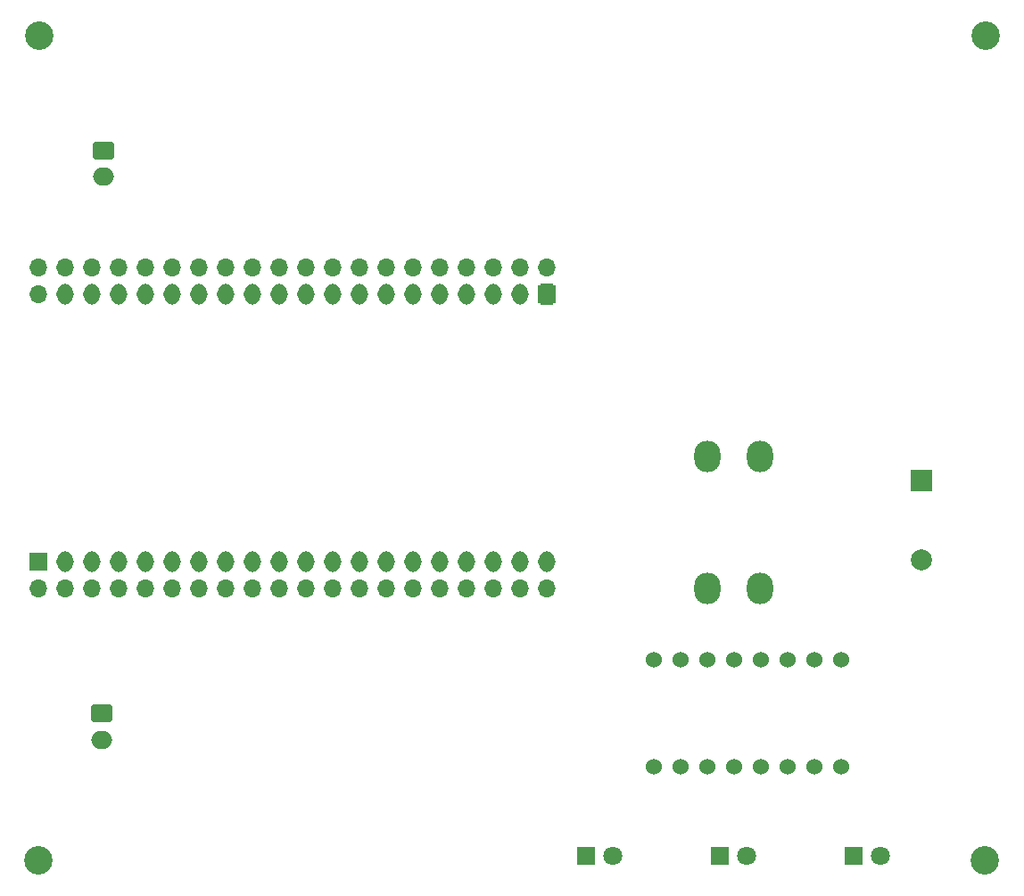
<source format=gbr>
%TF.GenerationSoftware,KiCad,Pcbnew,8.0.4*%
%TF.CreationDate,2024-08-25T14:08:54+09:00*%
%TF.ProjectId,gen2,67656e32-2e6b-4696-9361-645f70636258,rev?*%
%TF.SameCoordinates,PX48ab840PY9157080*%
%TF.FileFunction,Soldermask,Bot*%
%TF.FilePolarity,Negative*%
%FSLAX46Y46*%
G04 Gerber Fmt 4.6, Leading zero omitted, Abs format (unit mm)*
G04 Created by KiCad (PCBNEW 8.0.4) date 2024-08-25 14:08:54*
%MOMM*%
%LPD*%
G01*
G04 APERTURE LIST*
G04 Aperture macros list*
%AMRoundRect*
0 Rectangle with rounded corners*
0 $1 Rounding radius*
0 $2 $3 $4 $5 $6 $7 $8 $9 X,Y pos of 4 corners*
0 Add a 4 corners polygon primitive as box body*
4,1,4,$2,$3,$4,$5,$6,$7,$8,$9,$2,$3,0*
0 Add four circle primitives for the rounded corners*
1,1,$1+$1,$2,$3*
1,1,$1+$1,$4,$5*
1,1,$1+$1,$6,$7*
1,1,$1+$1,$8,$9*
0 Add four rect primitives between the rounded corners*
20,1,$1+$1,$2,$3,$4,$5,0*
20,1,$1+$1,$4,$5,$6,$7,0*
20,1,$1+$1,$6,$7,$8,$9,0*
20,1,$1+$1,$8,$9,$2,$3,0*%
G04 Aperture macros list end*
%ADD10R,1.200000X2.000000*%
%ADD11O,1.200000X2.000000*%
%ADD12C,2.700000*%
%ADD13C,1.524000*%
%ADD14R,1.800000X1.800000*%
%ADD15C,1.800000*%
%ADD16RoundRect,0.250000X-0.750000X0.600000X-0.750000X-0.600000X0.750000X-0.600000X0.750000X0.600000X0*%
%ADD17O,2.000000X1.700000*%
%ADD18O,1.700000X1.700000*%
%ADD19R,1.700000X1.700000*%
%ADD20R,2.000000X2.000000*%
%ADD21C,2.000000*%
%ADD22O,2.500000X3.000000*%
G04 APERTURE END LIST*
D10*
%TO.C,U1*%
X83838450Y63589250D03*
D11*
X81298450Y63589250D03*
X78758450Y63589250D03*
X76218450Y63589250D03*
X73678450Y63589250D03*
X71138450Y63589250D03*
X68598450Y63589250D03*
X66058450Y63589250D03*
X63518450Y63589250D03*
X60978450Y63589250D03*
X58438450Y63589250D03*
X55898450Y63589250D03*
X53358450Y63589250D03*
X50818450Y63589250D03*
X48278450Y63589250D03*
X45738450Y63589250D03*
X43198450Y63589250D03*
X40658450Y63589250D03*
X38118450Y63589250D03*
X38121170Y38192930D03*
X40661170Y38192930D03*
X43198450Y38189250D03*
X45738450Y38189250D03*
X48278450Y38189250D03*
X50818450Y38189250D03*
X53358450Y38189250D03*
X55898450Y38189250D03*
X58438450Y38189250D03*
X60978450Y38189250D03*
X63518450Y38189250D03*
X66058450Y38189250D03*
X68598450Y38189250D03*
X71138450Y38189250D03*
X73678450Y38189250D03*
X76218450Y38189250D03*
X78758450Y38189250D03*
X81298450Y38189250D03*
X83838450Y38189250D03*
%TD*%
D12*
%TO.C,hole_upper_right*%
X125471950Y88127750D03*
%TD*%
D13*
%TO.C,U2*%
X94001150Y18684150D03*
X96541150Y18684150D03*
X99081150Y18684150D03*
X101621150Y18684150D03*
X104161150Y18684150D03*
X106701150Y18684150D03*
X109241150Y18684150D03*
X111781150Y18684150D03*
X111781150Y28844150D03*
X109241150Y28844150D03*
X106701150Y28844150D03*
X104161150Y28844150D03*
X101621150Y28844150D03*
X99081150Y28844150D03*
X96541150Y28844150D03*
X94001150Y28844150D03*
%TD*%
D12*
%TO.C,hole_lower_right*%
X125421150Y9794150D03*
%TD*%
D14*
%TO.C,LED1*%
X87549550Y10251350D03*
D15*
X90089550Y10251350D03*
%TD*%
D16*
%TO.C,J1*%
X41571150Y23744150D03*
D17*
X41571150Y21244150D03*
%TD*%
D16*
%TO.C,J3*%
X41723550Y77234150D03*
D17*
X41723550Y74734150D03*
%TD*%
D18*
%TO.C,J4*%
X38118450Y38189250D03*
X38118450Y35649250D03*
X40658450Y38189250D03*
X40658450Y35649250D03*
X43198450Y38189250D03*
X43198450Y35649250D03*
X45738450Y38189250D03*
X45738450Y35649250D03*
X48278450Y38189250D03*
X48278450Y35649250D03*
X50818450Y38189250D03*
X50818450Y35649250D03*
X53358450Y38189250D03*
X53358450Y35649250D03*
X55898450Y38189250D03*
X55898450Y35649250D03*
X58438450Y38189250D03*
X58438450Y35649250D03*
X60978450Y38189250D03*
X60978450Y35649250D03*
X63518450Y38189250D03*
X63518450Y35649250D03*
X66058450Y38189250D03*
X66058450Y35649250D03*
X68598450Y38189250D03*
X68598450Y35649250D03*
X71138450Y38189250D03*
X71138450Y35649250D03*
X73678450Y38189250D03*
X73678450Y35649250D03*
X76218450Y38189250D03*
X76218450Y35649250D03*
X78758450Y38189250D03*
X78758450Y35649250D03*
X81298450Y38189250D03*
X81298450Y35649250D03*
X83838450Y38189250D03*
X83838450Y35649250D03*
D19*
X35578450Y38189250D03*
D18*
X35578450Y35649250D03*
%TD*%
D12*
%TO.C,hole_upper_left*%
X35631950Y88127750D03*
%TD*%
%TO.C,hole_lower_left*%
X35581150Y9794150D03*
%TD*%
D14*
%TO.C,LED3*%
X112949550Y10251350D03*
D15*
X115489550Y10251350D03*
%TD*%
D14*
%TO.C,LED2*%
X100249550Y10251350D03*
D15*
X102789550Y10251350D03*
%TD*%
D20*
%TO.C,BZ1*%
X119401150Y45902950D03*
D21*
X119401150Y38302950D03*
%TD*%
D19*
%TO.C,J2*%
X83838450Y63589250D03*
D18*
X83838450Y66129250D03*
X81298450Y63589250D03*
X81298450Y66129250D03*
X78758450Y63589250D03*
X78758450Y66129250D03*
X76218450Y63589250D03*
X76218450Y66129250D03*
X73678450Y63589250D03*
X73678450Y66129250D03*
X71138450Y63589250D03*
X71138450Y66129250D03*
X68598450Y63589250D03*
X68598450Y66129250D03*
X66058450Y63589250D03*
X66058450Y66129250D03*
X63518450Y63589250D03*
X63518450Y66129250D03*
X60978450Y63589250D03*
X60978450Y66129250D03*
X58438450Y63589250D03*
X58438450Y66129250D03*
X55898450Y63589250D03*
X55898450Y66129250D03*
X53358450Y63589250D03*
X53358450Y66129250D03*
X50818450Y63589250D03*
X50818450Y66129250D03*
X48278450Y63589250D03*
X48278450Y66129250D03*
X45738450Y63589250D03*
X45738450Y66129250D03*
X43198450Y63589250D03*
X43198450Y66129250D03*
X40658450Y63589250D03*
X40658450Y66129250D03*
X38118450Y63589250D03*
X38118450Y66129250D03*
X35578450Y63589250D03*
X35578450Y66129250D03*
%TD*%
D22*
%TO.C,SW2*%
X99081150Y35652950D03*
X99081150Y48152950D03*
X104081150Y35652950D03*
X104081150Y48152950D03*
%TD*%
M02*

</source>
